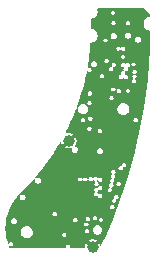
<source format=gbr>
G04 #@! TF.GenerationSoftware,KiCad,Pcbnew,7.0.10-7.0.10~ubuntu20.04.1*
G04 #@! TF.CreationDate,2024-01-02T22:15:02+00:00*
G04 #@! TF.ProjectId,yote,796f7465-2e6b-4696-9361-645f70636258,rev?*
G04 #@! TF.SameCoordinates,Original*
G04 #@! TF.FileFunction,Copper,L5,Inr*
G04 #@! TF.FilePolarity,Positive*
%FSLAX46Y46*%
G04 Gerber Fmt 4.6, Leading zero omitted, Abs format (unit mm)*
G04 Created by KiCad (PCBNEW 7.0.10-7.0.10~ubuntu20.04.1) date 2024-01-02 22:15:02*
%MOMM*%
%LPD*%
G01*
G04 APERTURE LIST*
G04 #@! TA.AperFunction,ComponentPad*
%ADD10C,1.000000*%
G04 #@! TD*
G04 #@! TA.AperFunction,ViaPad*
%ADD11C,0.300000*%
G04 #@! TD*
G04 #@! TA.AperFunction,ViaPad*
%ADD12C,0.500000*%
G04 #@! TD*
G04 APERTURE END LIST*
D10*
X27400000Y44210000D03*
X29420000Y35220000D03*
D11*
X29360000Y40230000D03*
X31200000Y49260000D03*
X28660000Y39880000D03*
X26270000Y39420000D03*
X32375500Y51330000D03*
X26785000Y35909002D03*
X29010000Y39880000D03*
X33390000Y47400000D03*
X30581615Y39796387D03*
X28660000Y39530000D03*
X26522087Y40624500D03*
X26658000Y39418243D03*
X29364397Y40583237D03*
X32000000Y49260000D03*
X29355492Y39526267D03*
X29010000Y39530000D03*
D12*
X29466842Y48979500D03*
D11*
X28660000Y40230000D03*
D12*
X32967272Y45462727D03*
D11*
X29610000Y54330000D03*
X30324000Y45277228D03*
X33869071Y51512079D03*
X29495469Y51432459D03*
X29010000Y40230000D03*
D12*
X24931798Y38824502D03*
X23410498Y38320000D03*
D11*
X33706757Y49636757D03*
X32400000Y52020000D03*
X27605500Y37179224D03*
X28660000Y40580000D03*
X29360000Y39880000D03*
X31800000Y50980000D03*
X27923597Y41943595D03*
X32200000Y51675000D03*
X29020000Y40590000D03*
X31503763Y42648535D03*
D12*
X26115813Y41947421D03*
D11*
X25689271Y37902138D03*
G04 #@! TA.AperFunction,Conductor*
G36*
X33482537Y55456273D02*
G01*
X33647145Y55425016D01*
X33656827Y55422171D01*
X33812185Y55359409D01*
X33821127Y55354730D01*
X33961253Y55262881D01*
X33969111Y55256548D01*
X34088643Y55139125D01*
X34095115Y55131381D01*
X34189445Y54992912D01*
X34194283Y54984054D01*
X34259798Y54829842D01*
X34262815Y54820211D01*
X34271128Y54780319D01*
X34263790Y54741592D01*
X34231217Y54719396D01*
X34227434Y54718754D01*
X34220793Y54717879D01*
X34164468Y54710465D01*
X34164462Y54710463D01*
X34122012Y54692879D01*
X34019530Y54650430D01*
X33895071Y54554929D01*
X33799570Y54430471D01*
X33799570Y54430470D01*
X33799567Y54430465D01*
X33739536Y54285537D01*
X33739534Y54285531D01*
X33719059Y54130003D01*
X33719059Y54129996D01*
X33739534Y53974468D01*
X33739536Y53974462D01*
X33799570Y53829529D01*
X33799569Y53829529D01*
X33895071Y53705071D01*
X34019529Y53609570D01*
X34164462Y53549536D01*
X34164468Y53549534D01*
X34249835Y53538296D01*
X34283971Y53518588D01*
X34294613Y53487019D01*
X34293377Y53195409D01*
X34293349Y53193942D01*
X34252379Y51942064D01*
X34252311Y51940599D01*
X34175703Y50690288D01*
X34175592Y50688826D01*
X34063418Y49441273D01*
X34063266Y49439814D01*
X33915606Y48195919D01*
X33915412Y48194465D01*
X33732397Y46955304D01*
X33732162Y46953857D01*
X33513934Y45720417D01*
X33513658Y45718976D01*
X33260393Y44492231D01*
X33260076Y44490799D01*
X32971986Y43271788D01*
X32971629Y43270366D01*
X32648936Y42060021D01*
X32648538Y42058609D01*
X32291511Y40857947D01*
X32291073Y40856548D01*
X31900004Y39666551D01*
X31899526Y39665164D01*
X31474734Y38486797D01*
X31474217Y38485424D01*
X31016034Y37319606D01*
X31015478Y37318249D01*
X30524294Y36165981D01*
X30523700Y36164640D01*
X30153706Y35360922D01*
X30124776Y35334151D01*
X30085389Y35335677D01*
X30058618Y35364607D01*
X30055799Y35376262D01*
X30055745Y35376702D01*
X29999775Y35524287D01*
X29973901Y35561769D01*
X29713724Y35301592D01*
X29713546Y35303521D01*
X29663552Y35403922D01*
X29580666Y35479484D01*
X29498992Y35511124D01*
X29762298Y35774430D01*
X29652185Y35832224D01*
X29652182Y35832225D01*
X29498931Y35869998D01*
X29498919Y35870000D01*
X29341081Y35870000D01*
X29341068Y35869998D01*
X29187817Y35832225D01*
X29187814Y35832224D01*
X29077700Y35774430D01*
X29341591Y35510540D01*
X29309750Y35504588D01*
X29214390Y35445543D01*
X29146799Y35356038D01*
X29130192Y35297672D01*
X28866097Y35561769D01*
X28840226Y35524288D01*
X28840221Y35524279D01*
X28784252Y35376697D01*
X28765226Y35220003D01*
X28772713Y35158336D01*
X28762128Y35120367D01*
X28727795Y35101004D01*
X28721676Y35100629D01*
X28315000Y35100000D01*
X27534590Y35100000D01*
X27498174Y35115084D01*
X27483090Y35151500D01*
X27494326Y35183610D01*
X27500890Y35191840D01*
X27504235Y35196035D01*
X27522570Y35276365D01*
X27504235Y35356695D01*
X27452862Y35421115D01*
X27415744Y35438990D01*
X27378627Y35456865D01*
X27378626Y35456865D01*
X27296230Y35456865D01*
X27296229Y35456865D01*
X27221994Y35421115D01*
X27170620Y35356694D01*
X27152286Y35276365D01*
X27170620Y35196035D01*
X27180530Y35183610D01*
X27191442Y35145734D01*
X27172376Y35111236D01*
X27140266Y35100000D01*
X22423516Y35100000D01*
X22387100Y35115084D01*
X22377102Y35129183D01*
X22366371Y35151500D01*
X22363196Y35158103D01*
X22361273Y35162653D01*
X22339401Y35222179D01*
X22341000Y35261561D01*
X22369979Y35288279D01*
X22409363Y35286680D01*
X22410086Y35286339D01*
X22454333Y35265031D01*
X22454334Y35265031D01*
X22536731Y35265031D01*
X22610965Y35300780D01*
X22637578Y35334151D01*
X22662339Y35365201D01*
X22680674Y35445531D01*
X22662339Y35525861D01*
X22610966Y35590281D01*
X22573848Y35608156D01*
X22536731Y35626031D01*
X22536730Y35626031D01*
X22454334Y35626031D01*
X22454333Y35626031D01*
X22380098Y35590281D01*
X22328724Y35525860D01*
X22328722Y35525856D01*
X22328707Y35525787D01*
X22328651Y35525709D01*
X22326206Y35520631D01*
X22325343Y35521046D01*
X22305897Y35493641D01*
X22267038Y35487040D01*
X22234892Y35509850D01*
X22230159Y35519486D01*
X22228395Y35524288D01*
X22224588Y35534647D01*
X22223109Y35539361D01*
X22122731Y35922763D01*
X22121713Y35927592D01*
X22115754Y35964517D01*
X22058575Y36318840D01*
X22058023Y36323751D01*
X22057120Y36337854D01*
X22053586Y36393054D01*
X23344971Y36393054D01*
X23385518Y36254964D01*
X23463328Y36133889D01*
X23463330Y36133886D01*
X23572096Y36039640D01*
X23703015Y35979851D01*
X23703013Y35979851D01*
X23809670Y35964517D01*
X23809672Y35964517D01*
X23881272Y35964517D01*
X23987927Y35979851D01*
X24118845Y36039640D01*
X24227611Y36133886D01*
X24227614Y36133889D01*
X24305424Y36254964D01*
X24309839Y36270000D01*
X26814858Y36270000D01*
X26833192Y36189670D01*
X26884566Y36125249D01*
X26958801Y36089500D01*
X26958802Y36089500D01*
X27041199Y36089500D01*
X27115433Y36125249D01*
X27166807Y36189670D01*
X27185142Y36270000D01*
X27166807Y36350330D01*
X27115434Y36414750D01*
X27078316Y36432625D01*
X27041199Y36450500D01*
X27041198Y36450500D01*
X26958802Y36450500D01*
X26958801Y36450500D01*
X26884566Y36414750D01*
X26833192Y36350329D01*
X26814858Y36270000D01*
X24309839Y36270000D01*
X24333426Y36350330D01*
X24345971Y36393054D01*
X24345971Y36536979D01*
X24334807Y36575000D01*
X28739858Y36575000D01*
X28758192Y36494670D01*
X28809566Y36430249D01*
X28883801Y36394500D01*
X28883802Y36394500D01*
X28966199Y36394500D01*
X29040433Y36430249D01*
X29091807Y36494670D01*
X29110142Y36575000D01*
X29091807Y36655330D01*
X29080108Y36670000D01*
X29409445Y36670000D01*
X29429538Y36543132D01*
X29487853Y36428682D01*
X29578682Y36337853D01*
X29693132Y36279538D01*
X29788084Y36264500D01*
X29851915Y36264500D01*
X29851916Y36264500D01*
X29866954Y36266881D01*
X29946867Y36279538D01*
X30061317Y36337853D01*
X30152146Y36428682D01*
X30210461Y36543132D01*
X30215508Y36575000D01*
X30230555Y36670000D01*
X30210461Y36796868D01*
X30152146Y36911318D01*
X30061318Y37002146D01*
X29946868Y37060461D01*
X29851916Y37075500D01*
X29788084Y37075500D01*
X29693132Y37060461D01*
X29578682Y37002146D01*
X29487853Y36911317D01*
X29429538Y36796867D01*
X29409445Y36670000D01*
X29080108Y36670000D01*
X29040434Y36719750D01*
X29003316Y36737625D01*
X28966199Y36755500D01*
X28966198Y36755500D01*
X28883802Y36755500D01*
X28883801Y36755500D01*
X28809566Y36719750D01*
X28758192Y36655329D01*
X28739858Y36575000D01*
X24334807Y36575000D01*
X24305424Y36675070D01*
X24227614Y36796145D01*
X24118844Y36890394D01*
X23987928Y36950182D01*
X23881272Y36965517D01*
X23881270Y36965517D01*
X23809672Y36965517D01*
X23809670Y36965517D01*
X23705114Y36950484D01*
X23703014Y36950182D01*
X23617913Y36911317D01*
X23572096Y36890393D01*
X23464162Y36796868D01*
X23463328Y36796145D01*
X23385518Y36675070D01*
X23379722Y36655330D01*
X23344971Y36536979D01*
X23344971Y36393054D01*
X22053586Y36393054D01*
X22032701Y36719280D01*
X22032624Y36724193D01*
X22045357Y37120320D01*
X22045753Y37125240D01*
X22046494Y37130984D01*
X28695358Y37130984D01*
X28713692Y37050654D01*
X28765066Y36986233D01*
X28839301Y36950484D01*
X28839302Y36950484D01*
X28921699Y36950484D01*
X28995933Y36986233D01*
X29047307Y37050654D01*
X29049545Y37060461D01*
X29065642Y37130984D01*
X29047307Y37211314D01*
X28995934Y37275734D01*
X28958816Y37293609D01*
X28921699Y37311484D01*
X28921698Y37311484D01*
X28839302Y37311484D01*
X28839301Y37311484D01*
X28765066Y37275734D01*
X28713692Y37211313D01*
X28695358Y37130984D01*
X22046494Y37130984D01*
X22083422Y37417457D01*
X22518272Y37417457D01*
X22538100Y37317771D01*
X22538102Y37317767D01*
X22594571Y37233254D01*
X22594572Y37233253D01*
X22679085Y37176784D01*
X22679089Y37176782D01*
X22778776Y37156954D01*
X22778778Y37156954D01*
X22778780Y37156954D01*
X22878466Y37176782D01*
X22878470Y37176784D01*
X22962983Y37233253D01*
X22962984Y37233254D01*
X23019453Y37317767D01*
X23019455Y37317771D01*
X23039284Y37417457D01*
X23039284Y37417462D01*
X23020658Y37511099D01*
X27761736Y37511099D01*
X27780070Y37430769D01*
X27831444Y37366348D01*
X27905679Y37330599D01*
X27905680Y37330599D01*
X27988077Y37330599D01*
X28062311Y37366348D01*
X28113685Y37430769D01*
X28118438Y37451595D01*
X28132020Y37511099D01*
X28113685Y37591429D01*
X28109764Y37596346D01*
X28819858Y37596346D01*
X28838192Y37516016D01*
X28889566Y37451595D01*
X28963801Y37415846D01*
X28963802Y37415846D01*
X29046199Y37415846D01*
X29120433Y37451595D01*
X29171807Y37516016D01*
X29189019Y37591428D01*
X29190142Y37596346D01*
X29172253Y37674720D01*
X29430890Y37674720D01*
X29449224Y37594390D01*
X29500598Y37529969D01*
X29574833Y37494220D01*
X29574834Y37494220D01*
X29657231Y37494220D01*
X29710764Y37520000D01*
X29934858Y37520000D01*
X29953192Y37439670D01*
X30004566Y37375249D01*
X30078801Y37339500D01*
X30078802Y37339500D01*
X30161199Y37339500D01*
X30235433Y37375249D01*
X30286807Y37439670D01*
X30289529Y37451596D01*
X30305142Y37520000D01*
X30286807Y37600330D01*
X30235434Y37664750D01*
X30198316Y37682625D01*
X30161199Y37700500D01*
X30161198Y37700500D01*
X30078802Y37700500D01*
X30078801Y37700500D01*
X30004566Y37664750D01*
X29953192Y37600329D01*
X29934858Y37520000D01*
X29710764Y37520000D01*
X29731465Y37529969D01*
X29782839Y37594390D01*
X29783285Y37596346D01*
X29801174Y37674720D01*
X29782839Y37755050D01*
X29731466Y37819470D01*
X29694348Y37837345D01*
X29657231Y37855220D01*
X29657230Y37855220D01*
X29574834Y37855220D01*
X29574833Y37855220D01*
X29500598Y37819470D01*
X29449224Y37755049D01*
X29430890Y37674720D01*
X29172253Y37674720D01*
X29171807Y37676676D01*
X29120434Y37741096D01*
X29083316Y37758971D01*
X29046199Y37776846D01*
X29046198Y37776846D01*
X28963802Y37776846D01*
X28963801Y37776846D01*
X28889566Y37741096D01*
X28838192Y37676675D01*
X28819858Y37596346D01*
X28109764Y37596346D01*
X28062312Y37655849D01*
X28019064Y37676676D01*
X27988077Y37691599D01*
X27988076Y37691599D01*
X27905680Y37691599D01*
X27905679Y37691599D01*
X27831444Y37655849D01*
X27780070Y37591428D01*
X27761736Y37511099D01*
X23020658Y37511099D01*
X23019455Y37517148D01*
X23019454Y37517149D01*
X23019454Y37517151D01*
X22962984Y37601666D01*
X22878469Y37658136D01*
X22878467Y37658136D01*
X22878466Y37658137D01*
X22778780Y37677966D01*
X22778776Y37677966D01*
X22679089Y37658137D01*
X22679085Y37658135D01*
X22594572Y37601666D01*
X22594571Y37601665D01*
X22538102Y37517152D01*
X22538100Y37517148D01*
X22518272Y37417462D01*
X22518272Y37417457D01*
X22083422Y37417457D01*
X22096422Y37518307D01*
X22097288Y37523168D01*
X22098840Y37529969D01*
X22185425Y37909563D01*
X22186753Y37914319D01*
X22214300Y37997353D01*
X26007182Y37997353D01*
X26025516Y37917023D01*
X26076890Y37852602D01*
X26151125Y37816853D01*
X26151126Y37816853D01*
X26233523Y37816853D01*
X26307757Y37852602D01*
X26359131Y37917023D01*
X26368145Y37956516D01*
X26377466Y37997353D01*
X26359131Y38077683D01*
X26307758Y38142103D01*
X26270640Y38159978D01*
X26233523Y38177853D01*
X26233522Y38177853D01*
X26151126Y38177853D01*
X26151125Y38177853D01*
X26076890Y38142103D01*
X26025516Y38077682D01*
X26007182Y37997353D01*
X22214300Y37997353D01*
X22311545Y38290477D01*
X22313315Y38295065D01*
X22443750Y38590000D01*
X30899360Y38590000D01*
X30917694Y38509670D01*
X30969068Y38445249D01*
X31043303Y38409500D01*
X31043304Y38409500D01*
X31125701Y38409500D01*
X31199935Y38445249D01*
X31231974Y38485424D01*
X31251309Y38509670D01*
X31269644Y38590000D01*
X31251309Y38670330D01*
X31199936Y38734750D01*
X31150882Y38758373D01*
X31125701Y38770500D01*
X31125700Y38770500D01*
X31043304Y38770500D01*
X31043303Y38770500D01*
X30969068Y38734750D01*
X30917694Y38670329D01*
X30899360Y38590000D01*
X22443750Y38590000D01*
X22473620Y38657540D01*
X22475836Y38661962D01*
X22657714Y38985249D01*
X22670156Y39007365D01*
X22672784Y39011551D01*
X22755311Y39130000D01*
X31044858Y39130000D01*
X31063192Y39049670D01*
X31114566Y38985249D01*
X31188801Y38949500D01*
X31188802Y38949500D01*
X31271199Y38949500D01*
X31345433Y38985249D01*
X31396807Y39049670D01*
X31415142Y39130000D01*
X31396807Y39210330D01*
X31396805Y39210331D01*
X31394290Y39215556D01*
X31396963Y39216843D01*
X31389701Y39245194D01*
X31409783Y39279111D01*
X31440683Y39289411D01*
X31461388Y39289411D01*
X31535622Y39325160D01*
X31555033Y39349500D01*
X31586996Y39389581D01*
X31605331Y39469911D01*
X31586996Y39550241D01*
X31535623Y39614661D01*
X31476949Y39642917D01*
X31461388Y39650411D01*
X31461387Y39650411D01*
X31378991Y39650411D01*
X31378990Y39650411D01*
X31304755Y39614661D01*
X31253381Y39550240D01*
X31235047Y39469911D01*
X31253381Y39389581D01*
X31255899Y39384355D01*
X31253225Y39383067D01*
X31260488Y39354717D01*
X31240406Y39320800D01*
X31209506Y39310500D01*
X31188801Y39310500D01*
X31114566Y39274750D01*
X31063192Y39210329D01*
X31044858Y39130000D01*
X22755311Y39130000D01*
X22899331Y39336710D01*
X22902349Y39340628D01*
X22965149Y39414497D01*
X23219494Y39414497D01*
X23239322Y39314811D01*
X23239324Y39314807D01*
X23295793Y39230294D01*
X23295794Y39230293D01*
X23380307Y39173824D01*
X23380311Y39173822D01*
X23479998Y39153994D01*
X23480000Y39153994D01*
X23480002Y39153994D01*
X23579688Y39173822D01*
X23579692Y39173824D01*
X23664205Y39230293D01*
X23664206Y39230294D01*
X23720675Y39314807D01*
X23720677Y39314811D01*
X23740506Y39414497D01*
X23740506Y39414502D01*
X23720677Y39514188D01*
X23720676Y39514189D01*
X23720676Y39514191D01*
X23664206Y39598706D01*
X23579691Y39655176D01*
X23579689Y39655176D01*
X23579688Y39655177D01*
X23498623Y39671302D01*
X29516929Y39671302D01*
X29535263Y39590972D01*
X29586637Y39526551D01*
X29660872Y39490802D01*
X29660873Y39490802D01*
X29743270Y39490802D01*
X29811703Y39523758D01*
X29851057Y39525968D01*
X29880448Y39499703D01*
X29884257Y39488818D01*
X29893192Y39449670D01*
X29944566Y39385249D01*
X30018801Y39349500D01*
X30018802Y39349500D01*
X30101199Y39349500D01*
X30175433Y39385249D01*
X30198758Y39414497D01*
X30226807Y39449670D01*
X30245142Y39530000D01*
X30226807Y39610330D01*
X30175434Y39674750D01*
X30138316Y39692625D01*
X30101199Y39710500D01*
X30101198Y39710500D01*
X30018802Y39710500D01*
X30018801Y39710500D01*
X29988353Y39695836D01*
X29950365Y39677542D01*
X29911013Y39675333D01*
X29881622Y39701598D01*
X29877813Y39712484D01*
X29868878Y39751630D01*
X29868878Y39751631D01*
X29868878Y39751632D01*
X29817505Y39816052D01*
X29815773Y39816885D01*
X29814071Y39818789D01*
X29812967Y39819671D01*
X29813116Y39819858D01*
X29789510Y39846274D01*
X29791718Y39885629D01*
X29815773Y39909684D01*
X29825433Y39914336D01*
X29876806Y39978756D01*
X29891045Y40041144D01*
X29895421Y40047312D01*
X30694380Y40047312D01*
X30712714Y39966982D01*
X30764088Y39902561D01*
X30838323Y39866812D01*
X30838324Y39866812D01*
X30920721Y39866812D01*
X30994955Y39902561D01*
X31004345Y39914335D01*
X31046329Y39966982D01*
X31064664Y40047312D01*
X31046329Y40127642D01*
X31005551Y40178775D01*
X30994640Y40216650D01*
X31013706Y40251148D01*
X31034357Y40261093D01*
X31035301Y40261308D01*
X31109537Y40297058D01*
X31160911Y40361479D01*
X31163940Y40374750D01*
X31179246Y40441809D01*
X31160911Y40522139D01*
X31134859Y40554807D01*
X31430792Y40554807D01*
X31449126Y40474477D01*
X31500500Y40410056D01*
X31574735Y40374307D01*
X31574736Y40374307D01*
X31657133Y40374307D01*
X31731367Y40410056D01*
X31743903Y40425775D01*
X31782741Y40474477D01*
X31801076Y40554807D01*
X31782741Y40635137D01*
X31731368Y40699557D01*
X31689005Y40719958D01*
X31657133Y40735307D01*
X31657132Y40735307D01*
X31574736Y40735307D01*
X31574735Y40735307D01*
X31500500Y40699557D01*
X31449126Y40635136D01*
X31430792Y40554807D01*
X31134859Y40554807D01*
X31112982Y40582240D01*
X31102071Y40620113D01*
X31121137Y40654611D01*
X31130902Y40660747D01*
X31173519Y40681270D01*
X31188103Y40699557D01*
X31224893Y40745691D01*
X31243228Y40826021D01*
X31224893Y40906351D01*
X31188212Y40952346D01*
X31177302Y40990218D01*
X31196368Y41024717D01*
X31206133Y41030853D01*
X31265933Y41059651D01*
X31302890Y41105993D01*
X31317307Y41124072D01*
X31335642Y41204402D01*
X31317307Y41284732D01*
X31265934Y41349152D01*
X31265928Y41349154D01*
X31261396Y41352771D01*
X31262503Y41354160D01*
X31241503Y41377645D01*
X31243700Y41417000D01*
X31267761Y41441069D01*
X31283701Y41448745D01*
X31283701Y41448746D01*
X31283703Y41448747D01*
X31335076Y41513167D01*
X31353411Y41593497D01*
X31335076Y41673827D01*
X31283703Y41738247D01*
X31246585Y41756122D01*
X31209468Y41773997D01*
X31209467Y41773997D01*
X31127071Y41773997D01*
X31127070Y41773997D01*
X31052835Y41738247D01*
X31001461Y41673826D01*
X30983127Y41593497D01*
X31001461Y41513167D01*
X31052836Y41448746D01*
X31057373Y41445128D01*
X31056266Y41443741D01*
X31077272Y41420236D01*
X31075060Y41380882D01*
X31051006Y41356828D01*
X31035066Y41349152D01*
X31006179Y41312929D01*
X30983692Y41284731D01*
X30965358Y41204402D01*
X30983692Y41124072D01*
X31020371Y41078079D01*
X31031283Y41040203D01*
X31012217Y41005705D01*
X31002452Y40999569D01*
X30942652Y40970771D01*
X30908252Y40927635D01*
X30891278Y40906350D01*
X30872944Y40826021D01*
X30891278Y40745691D01*
X30939206Y40685592D01*
X30950118Y40647716D01*
X30931052Y40613218D01*
X30921288Y40607082D01*
X30878670Y40586559D01*
X30853349Y40554807D01*
X30827296Y40522138D01*
X30808962Y40441809D01*
X30827296Y40361479D01*
X30868074Y40310345D01*
X30878985Y40272469D01*
X30859918Y40237971D01*
X30839263Y40228026D01*
X30838326Y40227812D01*
X30838324Y40227812D01*
X30838322Y40227811D01*
X30764088Y40192062D01*
X30712714Y40127641D01*
X30694380Y40047312D01*
X29895421Y40047312D01*
X29913854Y40073290D01*
X29952713Y40079893D01*
X29963599Y40076084D01*
X30018801Y40049500D01*
X30018802Y40049500D01*
X30101199Y40049500D01*
X30175433Y40085249D01*
X30209240Y40127641D01*
X30226807Y40149670D01*
X30245142Y40230000D01*
X30226807Y40310330D01*
X30175434Y40374750D01*
X30138316Y40392625D01*
X30101199Y40410500D01*
X30101198Y40410500D01*
X30018802Y40410500D01*
X30018801Y40410500D01*
X29976287Y40390026D01*
X29944566Y40374750D01*
X29944565Y40374749D01*
X29939338Y40372232D01*
X29938821Y40373305D01*
X29935231Y40372271D01*
X29927279Y40353073D01*
X29902380Y40321850D01*
X29893192Y40310329D01*
X29878953Y40247941D01*
X29856144Y40215795D01*
X29817284Y40209192D01*
X29806403Y40213000D01*
X29754551Y40237971D01*
X29751198Y40239586D01*
X29751197Y40239586D01*
X29668801Y40239586D01*
X29668800Y40239586D01*
X29594565Y40203836D01*
X29543191Y40139415D01*
X29524857Y40059086D01*
X29543191Y39978756D01*
X29594566Y39914335D01*
X29596302Y39913499D01*
X29598005Y39911592D01*
X29599103Y39910717D01*
X29598954Y39910530D01*
X29622562Y39884105D01*
X29620347Y39844750D01*
X29596295Y39820703D01*
X29586637Y39816052D01*
X29545667Y39764678D01*
X29535263Y39751631D01*
X29516929Y39671302D01*
X23498623Y39671302D01*
X23480002Y39675006D01*
X23479998Y39675006D01*
X23380311Y39655177D01*
X23380307Y39655175D01*
X23295794Y39598706D01*
X23295793Y39598705D01*
X23239324Y39514192D01*
X23239322Y39514188D01*
X23219494Y39414502D01*
X23219494Y39414497D01*
X22965149Y39414497D01*
X23115181Y39590972D01*
X23155773Y39638718D01*
X23159772Y39642917D01*
X23172839Y39655176D01*
X23275645Y39751630D01*
X23458887Y39923548D01*
X24052147Y40531237D01*
X24467014Y40995241D01*
X24502531Y41012335D01*
X24539732Y40999307D01*
X24556826Y40963790D01*
X24550320Y40939974D01*
X24551763Y40939377D01*
X24549820Y40934688D01*
X24529992Y40835002D01*
X24529992Y40834997D01*
X24549820Y40735311D01*
X24549822Y40735307D01*
X24606291Y40650794D01*
X24606292Y40650793D01*
X24690805Y40594324D01*
X24690809Y40594322D01*
X24790496Y40574494D01*
X24790498Y40574494D01*
X24790500Y40574494D01*
X24890186Y40594322D01*
X24890190Y40594324D01*
X24974703Y40650793D01*
X24974704Y40650794D01*
X25031173Y40735307D01*
X25031175Y40735311D01*
X25051004Y40834997D01*
X25051004Y40835002D01*
X25031175Y40934688D01*
X25031174Y40934689D01*
X25031174Y40934691D01*
X25024035Y40945375D01*
X28187190Y40945375D01*
X28205524Y40865045D01*
X28256898Y40800624D01*
X28331133Y40764875D01*
X28331134Y40764875D01*
X28413531Y40764875D01*
X28487765Y40800624D01*
X28496261Y40811277D01*
X28539139Y40865045D01*
X28539139Y40865047D01*
X28540503Y40867878D01*
X28569894Y40894143D01*
X28609248Y40891933D01*
X28631917Y40866565D01*
X28633436Y40867297D01*
X28635954Y40862067D01*
X28687328Y40797646D01*
X28761563Y40761897D01*
X28761564Y40761897D01*
X28843961Y40761897D01*
X28918195Y40797646D01*
X28929066Y40811277D01*
X28969569Y40862067D01*
X28977198Y40895490D01*
X29000006Y40927635D01*
X29038865Y40934238D01*
X29071012Y40911429D01*
X29077615Y40895490D01*
X29082132Y40875698D01*
X29133506Y40811277D01*
X29207741Y40775528D01*
X29207742Y40775528D01*
X29290139Y40775528D01*
X29364373Y40811277D01*
X29383289Y40834997D01*
X29415747Y40875698D01*
X29416391Y40876506D01*
X29450889Y40895572D01*
X29488765Y40884660D01*
X29496919Y40876506D01*
X29544779Y40816492D01*
X29544779Y40816491D01*
X29602481Y40788703D01*
X29628745Y40759312D01*
X29626534Y40719958D01*
X29620401Y40710198D01*
X29583232Y40663589D01*
X29573077Y40650855D01*
X29554743Y40570526D01*
X29573077Y40490196D01*
X29624451Y40425775D01*
X29698686Y40390026D01*
X29698687Y40390026D01*
X29781084Y40390026D01*
X29827656Y40412454D01*
X29855319Y40425776D01*
X29860547Y40428294D01*
X29861064Y40427220D01*
X29864653Y40428254D01*
X29872604Y40447451D01*
X29906692Y40490196D01*
X29925027Y40570526D01*
X29906692Y40650856D01*
X29855319Y40715276D01*
X29797615Y40743064D01*
X29771351Y40772455D01*
X29773561Y40811809D01*
X29779693Y40821568D01*
X29807794Y40856806D01*
X29842292Y40875872D01*
X29880168Y40864960D01*
X29889068Y40853803D01*
X29889575Y40854207D01*
X29944566Y40785249D01*
X30018801Y40749500D01*
X30018802Y40749500D01*
X30101199Y40749500D01*
X30175433Y40785249D01*
X30178188Y40788703D01*
X30226807Y40849670D01*
X30245142Y40930000D01*
X30226807Y41010330D01*
X30175434Y41074750D01*
X30121386Y41100778D01*
X30101199Y41110500D01*
X30101198Y41110500D01*
X30018802Y41110500D01*
X30018801Y41110500D01*
X29951479Y41078079D01*
X29944566Y41074750D01*
X29914813Y41037440D01*
X29912417Y41034436D01*
X29877919Y41015370D01*
X29840043Y41026282D01*
X29831144Y41037440D01*
X29830637Y41037036D01*
X29826993Y41041605D01*
X29775646Y41105993D01*
X29738104Y41124072D01*
X29701411Y41141743D01*
X29701410Y41141743D01*
X29619014Y41141743D01*
X29619013Y41141743D01*
X29554137Y41110500D01*
X29544778Y41105993D01*
X29507823Y41059652D01*
X29492760Y41040764D01*
X29458262Y41021698D01*
X29420386Y41032610D01*
X29412238Y41040757D01*
X29364374Y41100778D01*
X29311084Y41126441D01*
X29290139Y41136528D01*
X29290138Y41136528D01*
X29207742Y41136528D01*
X29207741Y41136528D01*
X29133506Y41100778D01*
X29082132Y41036357D01*
X29074504Y41002935D01*
X29051694Y40970789D01*
X29012835Y40964186D01*
X28980689Y40986996D01*
X28974086Y41002936D01*
X28972399Y41010329D01*
X28969569Y41022727D01*
X28918196Y41087147D01*
X28869703Y41110500D01*
X28843961Y41122897D01*
X28843960Y41122897D01*
X28761564Y41122897D01*
X28761563Y41122897D01*
X28687328Y41087147D01*
X28635955Y41022727D01*
X28634589Y41019890D01*
X28605197Y40993627D01*
X28565842Y40995839D01*
X28543175Y41021205D01*
X28541658Y41020475D01*
X28539139Y41025704D01*
X28539139Y41025705D01*
X28487766Y41090125D01*
X28445457Y41110500D01*
X28413531Y41125875D01*
X28413530Y41125875D01*
X28331134Y41125875D01*
X28331133Y41125875D01*
X28256898Y41090125D01*
X28205524Y41025704D01*
X28187190Y40945375D01*
X25024035Y40945375D01*
X24974704Y41019206D01*
X24890189Y41075676D01*
X24890187Y41075676D01*
X24890186Y41075677D01*
X24790500Y41095506D01*
X24790496Y41095506D01*
X24690809Y41075677D01*
X24690808Y41075676D01*
X24690807Y41075676D01*
X24651322Y41049293D01*
X24612665Y41041605D01*
X24579891Y41063503D01*
X24572202Y41102162D01*
X24584320Y41126441D01*
X24618178Y41164309D01*
X24824916Y41417000D01*
X25155950Y41821614D01*
X25195170Y41874085D01*
X31590773Y41874085D01*
X31609107Y41793755D01*
X31660481Y41729334D01*
X31734716Y41693585D01*
X31734717Y41693585D01*
X31817114Y41693585D01*
X31891348Y41729334D01*
X31942722Y41793755D01*
X31946481Y41810226D01*
X31961057Y41874085D01*
X31951906Y41914177D01*
X31958509Y41953037D01*
X31990655Y41975846D01*
X32018484Y41972711D01*
X32018643Y41973405D01*
X32024300Y41972114D01*
X32024302Y41972114D01*
X32106699Y41972114D01*
X32180933Y42007863D01*
X32232307Y42072284D01*
X32232621Y42073660D01*
X32250642Y42152614D01*
X32232307Y42232944D01*
X32180934Y42297364D01*
X32143816Y42315239D01*
X32106699Y42333114D01*
X32106698Y42333114D01*
X32024302Y42333114D01*
X32024301Y42333114D01*
X31950066Y42297364D01*
X31898692Y42232943D01*
X31880358Y42152613D01*
X31889508Y42112520D01*
X31882905Y42073660D01*
X31850758Y42050852D01*
X31822930Y42053989D01*
X31822772Y42053294D01*
X31817115Y42054585D01*
X31817113Y42054585D01*
X31734717Y42054585D01*
X31734716Y42054585D01*
X31660481Y42018835D01*
X31609107Y41954414D01*
X31590773Y41874085D01*
X25195170Y41874085D01*
X25664389Y42501840D01*
X26142531Y43203693D01*
X26152814Y43220307D01*
X26328516Y43504205D01*
X26589455Y43925827D01*
X26660819Y44053301D01*
X26668912Y44067757D01*
X26699862Y44092164D01*
X26739006Y44087537D01*
X26763413Y44056587D01*
X26763851Y44054931D01*
X26764252Y44053301D01*
X26820224Y43905712D01*
X26820226Y43905708D01*
X26846095Y43868229D01*
X26846096Y43868228D01*
X27106275Y44128407D01*
X27106454Y44126479D01*
X27156448Y44026078D01*
X27239334Y43950516D01*
X27321007Y43918875D01*
X27057700Y43655568D01*
X27057699Y43655568D01*
X27167810Y43597777D01*
X27167816Y43597775D01*
X27321068Y43560001D01*
X27321081Y43560000D01*
X27478923Y43560000D01*
X27596987Y43589100D01*
X27635955Y43583169D01*
X27659316Y43551421D01*
X27659822Y43529049D01*
X27644994Y43454502D01*
X27644994Y43454497D01*
X27664822Y43354811D01*
X27664824Y43354807D01*
X27721293Y43270294D01*
X27721294Y43270293D01*
X27805807Y43213824D01*
X27805811Y43213822D01*
X27905498Y43193994D01*
X27905500Y43193994D01*
X27905502Y43193994D01*
X28005188Y43213822D01*
X28005192Y43213824D01*
X28089705Y43270293D01*
X28089706Y43270294D01*
X28122916Y43319997D01*
X29783994Y43319997D01*
X29803822Y43220311D01*
X29803824Y43220307D01*
X29860293Y43135794D01*
X29860294Y43135793D01*
X29944807Y43079324D01*
X29944811Y43079322D01*
X30044498Y43059494D01*
X30044500Y43059494D01*
X30044502Y43059494D01*
X30144188Y43079322D01*
X30144192Y43079324D01*
X30228705Y43135793D01*
X30228706Y43135794D01*
X30285175Y43220307D01*
X30285177Y43220311D01*
X30305006Y43319997D01*
X30305006Y43320002D01*
X30285177Y43419688D01*
X30285176Y43419689D01*
X30285176Y43419691D01*
X30228706Y43504206D01*
X30144191Y43560676D01*
X30144189Y43560676D01*
X30144188Y43560677D01*
X30044502Y43580506D01*
X30044498Y43580506D01*
X29944811Y43560677D01*
X29944807Y43560675D01*
X29860294Y43504206D01*
X29860293Y43504205D01*
X29803824Y43419692D01*
X29803822Y43419688D01*
X29783994Y43320002D01*
X29783994Y43319997D01*
X28122916Y43319997D01*
X28146175Y43354807D01*
X28146177Y43354811D01*
X28166006Y43454497D01*
X28166006Y43454502D01*
X28146177Y43554188D01*
X28146176Y43554189D01*
X28146176Y43554191D01*
X28089706Y43638706D01*
X28005192Y43695175D01*
X28005191Y43695176D01*
X27931904Y43709753D01*
X27899134Y43731651D01*
X27891443Y43770310D01*
X27899571Y43789519D01*
X27979775Y43905712D01*
X28035747Y44053302D01*
X28054774Y44209996D01*
X28054774Y44210003D01*
X28035747Y44366697D01*
X27979775Y44514287D01*
X27953901Y44551769D01*
X27693724Y44291592D01*
X27693546Y44293521D01*
X27643552Y44393922D01*
X27560666Y44469484D01*
X27478992Y44501124D01*
X27742298Y44764430D01*
X27632185Y44822224D01*
X27632182Y44822225D01*
X27478931Y44859998D01*
X27478919Y44860000D01*
X27321081Y44860000D01*
X27321068Y44859998D01*
X27179121Y44825011D01*
X27140153Y44830941D01*
X27116793Y44862689D01*
X27120799Y44898178D01*
X27192189Y45039938D01*
X29824358Y45039938D01*
X29842692Y44959608D01*
X29894066Y44895187D01*
X29968301Y44859438D01*
X29968302Y44859438D01*
X30050699Y44859438D01*
X30124933Y44895187D01*
X30176307Y44959608D01*
X30186095Y45002492D01*
X30194642Y45039938D01*
X30176307Y45120268D01*
X30124934Y45184688D01*
X30087816Y45202563D01*
X30050699Y45220438D01*
X30050698Y45220438D01*
X29968302Y45220438D01*
X29968301Y45220438D01*
X29894066Y45184688D01*
X29842692Y45120267D01*
X29824358Y45039938D01*
X27192189Y45039938D01*
X27297976Y45250000D01*
X28954858Y45250000D01*
X28973192Y45169670D01*
X29024566Y45105249D01*
X29098801Y45069500D01*
X29098802Y45069500D01*
X29181199Y45069500D01*
X29255433Y45105249D01*
X29267410Y45120267D01*
X29306807Y45169670D01*
X29325142Y45250000D01*
X29306807Y45330330D01*
X29255434Y45394750D01*
X29191903Y45425345D01*
X29181199Y45430500D01*
X29181198Y45430500D01*
X29098802Y45430500D01*
X29098801Y45430500D01*
X29024566Y45394750D01*
X28973192Y45330329D01*
X28954858Y45250000D01*
X27297976Y45250000D01*
X27386280Y45425345D01*
X27619117Y45942994D01*
X28387526Y45942994D01*
X28405860Y45862664D01*
X28457234Y45798243D01*
X28531469Y45762494D01*
X28531470Y45762494D01*
X28613867Y45762494D01*
X28688101Y45798243D01*
X28739475Y45862664D01*
X28757810Y45942994D01*
X28739475Y46023324D01*
X28688102Y46087744D01*
X28665080Y46098831D01*
X29032342Y46098831D01*
X29050676Y46018501D01*
X29102050Y45954080D01*
X29176285Y45918331D01*
X29176286Y45918331D01*
X29258683Y45918331D01*
X29332917Y45954080D01*
X29341513Y45964859D01*
X32859999Y45964859D01*
X32878333Y45884529D01*
X32929707Y45820108D01*
X33003942Y45784359D01*
X33003943Y45784359D01*
X33086340Y45784359D01*
X33160574Y45820108D01*
X33211948Y45884529D01*
X33225292Y45942994D01*
X33230283Y45964859D01*
X33211948Y46045189D01*
X33160575Y46109609D01*
X33123457Y46127484D01*
X33086340Y46145359D01*
X33086339Y46145359D01*
X33003943Y46145359D01*
X33003942Y46145359D01*
X32929707Y46109609D01*
X32878333Y46045188D01*
X32859999Y45964859D01*
X29341513Y45964859D01*
X29384291Y46018501D01*
X29400095Y46087744D01*
X29402626Y46098831D01*
X29384291Y46179161D01*
X29332918Y46243581D01*
X29295800Y46261456D01*
X29258683Y46279331D01*
X29258682Y46279331D01*
X29176286Y46279331D01*
X29176285Y46279331D01*
X29102050Y46243581D01*
X29050676Y46179160D01*
X29032342Y46098831D01*
X28665080Y46098831D01*
X28642699Y46109609D01*
X28613867Y46123494D01*
X28613866Y46123494D01*
X28531470Y46123494D01*
X28531469Y46123494D01*
X28457234Y46087744D01*
X28405860Y46023323D01*
X28387526Y45942994D01*
X27619117Y45942994D01*
X27655249Y46023323D01*
X27734649Y46199846D01*
X28009383Y46890000D01*
X28189445Y46890000D01*
X28209538Y46763132D01*
X28267853Y46648682D01*
X28358682Y46557853D01*
X28473132Y46499538D01*
X28568084Y46484500D01*
X28631915Y46484500D01*
X28631916Y46484500D01*
X28646954Y46486881D01*
X28726867Y46499538D01*
X28841317Y46557853D01*
X28932146Y46648682D01*
X28990461Y46763132D01*
X28997573Y46808038D01*
X31499501Y46808038D01*
X31540048Y46669948D01*
X31617858Y46548873D01*
X31617860Y46548870D01*
X31726626Y46454624D01*
X31857545Y46394835D01*
X31857543Y46394835D01*
X31964200Y46379501D01*
X31964202Y46379501D01*
X32035802Y46379501D01*
X32142457Y46394835D01*
X32273375Y46454624D01*
X32382141Y46548870D01*
X32382144Y46548873D01*
X32459954Y46669948D01*
X32487315Y46763132D01*
X32500501Y46808038D01*
X32500501Y46951963D01*
X32481443Y47016868D01*
X32459954Y47090054D01*
X32382144Y47211129D01*
X32273374Y47305378D01*
X32142458Y47365166D01*
X32035802Y47380501D01*
X32035800Y47380501D01*
X31964202Y47380501D01*
X31964200Y47380501D01*
X31857544Y47365166D01*
X31726626Y47305377D01*
X31630572Y47222146D01*
X31617858Y47211129D01*
X31540048Y47090054D01*
X31540048Y47090053D01*
X31499501Y46951963D01*
X31499501Y46808038D01*
X28997573Y46808038D01*
X29010555Y46890000D01*
X28990461Y47016868D01*
X28932146Y47131318D01*
X28841318Y47222146D01*
X28726868Y47280461D01*
X28631916Y47295500D01*
X28568084Y47295500D01*
X28473132Y47280461D01*
X28358682Y47222146D01*
X28267853Y47131317D01*
X28209538Y47016867D01*
X28189445Y46890000D01*
X28009383Y46890000D01*
X28048740Y46988869D01*
X28048743Y46988876D01*
X28188561Y47390500D01*
X28960358Y47390500D01*
X28978692Y47310170D01*
X29030066Y47245749D01*
X29104301Y47210000D01*
X29104302Y47210000D01*
X29186699Y47210000D01*
X29260933Y47245749D01*
X29312307Y47310170D01*
X29330642Y47390500D01*
X29312307Y47470830D01*
X29260934Y47535250D01*
X29220716Y47554618D01*
X29186699Y47571000D01*
X29186698Y47571000D01*
X29104302Y47571000D01*
X29104301Y47571000D01*
X29030066Y47535250D01*
X28978692Y47470829D01*
X28960358Y47390500D01*
X28188561Y47390500D01*
X28327957Y47790909D01*
X28337428Y47822512D01*
X30824359Y47822512D01*
X30842693Y47742182D01*
X30894067Y47677761D01*
X30968302Y47642012D01*
X30968303Y47642012D01*
X31050700Y47642012D01*
X31124934Y47677761D01*
X31176308Y47742182D01*
X31194643Y47822512D01*
X31176308Y47902842D01*
X31124935Y47967262D01*
X31087817Y47985137D01*
X31050700Y48003012D01*
X31050699Y48003012D01*
X30968303Y48003012D01*
X30968302Y48003012D01*
X30894067Y47967262D01*
X30842693Y47902841D01*
X30824359Y47822512D01*
X28337428Y47822512D01*
X28456552Y48220000D01*
X28984858Y48220000D01*
X29003192Y48139670D01*
X29054566Y48075249D01*
X29128801Y48039500D01*
X29128802Y48039500D01*
X29211199Y48039500D01*
X29285433Y48075249D01*
X29336807Y48139670D01*
X29355142Y48220000D01*
X29336807Y48300330D01*
X29285434Y48364750D01*
X29248316Y48382625D01*
X29211199Y48400500D01*
X29211198Y48400500D01*
X29128802Y48400500D01*
X29128801Y48400500D01*
X29054566Y48364750D01*
X29003192Y48300329D01*
X28984858Y48220000D01*
X28456552Y48220000D01*
X28561831Y48571290D01*
X30986148Y48571290D01*
X31004482Y48490960D01*
X31055856Y48426539D01*
X31130091Y48390790D01*
X31130092Y48390790D01*
X31212489Y48390790D01*
X31268825Y48417920D01*
X31444358Y48417920D01*
X31462692Y48337590D01*
X31514066Y48273169D01*
X31588301Y48237420D01*
X31588302Y48237420D01*
X31670699Y48237420D01*
X31744933Y48273169D01*
X31796307Y48337590D01*
X31806537Y48382411D01*
X31814642Y48417920D01*
X31804412Y48462741D01*
X32217599Y48462741D01*
X32235933Y48382411D01*
X32287307Y48317990D01*
X32361542Y48282241D01*
X32361543Y48282241D01*
X32443940Y48282241D01*
X32518174Y48317990D01*
X32533805Y48337590D01*
X32569548Y48382411D01*
X32587883Y48462741D01*
X32569548Y48543071D01*
X32518175Y48607491D01*
X32481057Y48625366D01*
X32443940Y48643241D01*
X32443939Y48643241D01*
X32361543Y48643241D01*
X32361542Y48643241D01*
X32287307Y48607491D01*
X32235933Y48543070D01*
X32217599Y48462741D01*
X31804412Y48462741D01*
X31796307Y48498250D01*
X31744934Y48562670D01*
X31707816Y48580545D01*
X31670699Y48598420D01*
X31670698Y48598420D01*
X31588302Y48598420D01*
X31588301Y48598420D01*
X31514066Y48562670D01*
X31462692Y48498249D01*
X31444358Y48417920D01*
X31268825Y48417920D01*
X31286723Y48426539D01*
X31338097Y48490960D01*
X31339761Y48498250D01*
X31356432Y48571290D01*
X31338097Y48651620D01*
X31286724Y48716040D01*
X31249606Y48733915D01*
X31212489Y48751790D01*
X31212488Y48751790D01*
X31130092Y48751790D01*
X31130091Y48751790D01*
X31055856Y48716040D01*
X31004482Y48651619D01*
X30986148Y48571290D01*
X28561831Y48571290D01*
X28571756Y48604408D01*
X28732246Y49240000D01*
X32735356Y49240000D01*
X32753690Y49159670D01*
X32805064Y49095249D01*
X32879299Y49059500D01*
X32879300Y49059500D01*
X32961697Y49059500D01*
X33035931Y49095249D01*
X33087305Y49159670D01*
X33105640Y49240000D01*
X33087305Y49320330D01*
X33035932Y49384750D01*
X33018890Y49392956D01*
X32992625Y49422345D01*
X32994835Y49461700D01*
X33018890Y49485756D01*
X33071724Y49511199D01*
X33095309Y49540773D01*
X33123098Y49575620D01*
X33141433Y49655950D01*
X33123098Y49736280D01*
X33071725Y49800700D01*
X33052991Y49809721D01*
X33026728Y49839109D01*
X33028936Y49878463D01*
X33052992Y49902520D01*
X33079425Y49915249D01*
X33130799Y49979670D01*
X33140845Y50023686D01*
X33149134Y50060000D01*
X33130799Y50140330D01*
X33079426Y50204750D01*
X33042308Y50222625D01*
X33005191Y50240500D01*
X33005190Y50240500D01*
X32922794Y50240500D01*
X32922793Y50240500D01*
X32848558Y50204750D01*
X32797184Y50140329D01*
X32778850Y50060000D01*
X32797184Y49979670D01*
X32848558Y49915250D01*
X32867291Y49906228D01*
X32893555Y49876838D01*
X32891345Y49837483D01*
X32867290Y49813429D01*
X32840857Y49800700D01*
X32804213Y49754750D01*
X32789483Y49736279D01*
X32771149Y49655950D01*
X32789483Y49575620D01*
X32840858Y49511199D01*
X32840858Y49511198D01*
X32857899Y49502992D01*
X32884163Y49473601D01*
X32881952Y49434247D01*
X32857898Y49410193D01*
X32805064Y49384750D01*
X32764094Y49333376D01*
X32753690Y49320329D01*
X32735356Y49240000D01*
X28732246Y49240000D01*
X28779669Y49427809D01*
X28832850Y49685523D01*
X30024358Y49685523D01*
X30042692Y49605193D01*
X30094066Y49540772D01*
X30168301Y49505023D01*
X30168302Y49505023D01*
X30250699Y49505023D01*
X30324933Y49540772D01*
X30376153Y49605000D01*
X31614858Y49605000D01*
X31633192Y49524670D01*
X31684566Y49460249D01*
X31758801Y49424500D01*
X31758802Y49424500D01*
X31841199Y49424500D01*
X31915433Y49460249D01*
X31916590Y49461700D01*
X31961729Y49518303D01*
X31996227Y49537369D01*
X32034103Y49526457D01*
X32042257Y49518303D01*
X32084566Y49465250D01*
X32158801Y49429500D01*
X32158802Y49429500D01*
X32241199Y49429500D01*
X32315433Y49465249D01*
X32322094Y49473601D01*
X32366807Y49529670D01*
X32385142Y49610000D01*
X32366807Y49690330D01*
X32315434Y49754750D01*
X32251581Y49785500D01*
X32241199Y49790500D01*
X32241198Y49790500D01*
X32212385Y49790500D01*
X32175969Y49805584D01*
X32160885Y49842000D01*
X32164376Y49857297D01*
X32164059Y49857370D01*
X32174364Y49902520D01*
X32183685Y49943357D01*
X32165350Y50023687D01*
X32159604Y50030891D01*
X32148694Y50068767D01*
X32167761Y50103265D01*
X32199870Y50114500D01*
X32241199Y50114500D01*
X32315433Y50150249D01*
X32319421Y50155249D01*
X32366807Y50214670D01*
X32385142Y50295000D01*
X32366807Y50375330D01*
X32365836Y50377347D01*
X32365669Y50380315D01*
X32365516Y50380987D01*
X32365630Y50381013D01*
X32363626Y50416701D01*
X32389891Y50446092D01*
X32412236Y50451192D01*
X32437033Y50451192D01*
X32511267Y50486941D01*
X32515034Y50491664D01*
X32562641Y50551362D01*
X32580976Y50631692D01*
X32568923Y50684500D01*
X32684877Y50684500D01*
X32703211Y50604170D01*
X32754585Y50539749D01*
X32828820Y50504000D01*
X32828821Y50504000D01*
X32911218Y50504000D01*
X32985452Y50539749D01*
X33001339Y50559670D01*
X33036826Y50604170D01*
X33055161Y50684500D01*
X33036826Y50764830D01*
X32985453Y50829250D01*
X32948335Y50847125D01*
X32911218Y50865000D01*
X32911217Y50865000D01*
X32828821Y50865000D01*
X32828820Y50865000D01*
X32754585Y50829250D01*
X32703211Y50764829D01*
X32684877Y50684500D01*
X32568923Y50684500D01*
X32562641Y50712022D01*
X32511268Y50776442D01*
X32453005Y50804500D01*
X32437033Y50812192D01*
X32437032Y50812192D01*
X32354636Y50812192D01*
X32354635Y50812192D01*
X32338663Y50804500D01*
X32280400Y50776442D01*
X32266018Y50758407D01*
X32241493Y50727654D01*
X32206995Y50708588D01*
X32169119Y50719500D01*
X32160971Y50727647D01*
X32115434Y50784750D01*
X32058450Y50812192D01*
X32041199Y50820500D01*
X32041198Y50820500D01*
X31958802Y50820500D01*
X31958801Y50820500D01*
X31884566Y50784750D01*
X31833192Y50720329D01*
X31814858Y50640000D01*
X31833192Y50559670D01*
X31884566Y50495249D01*
X31958801Y50459500D01*
X31993376Y50459500D01*
X32029792Y50444416D01*
X32044876Y50408000D01*
X32035335Y50380736D01*
X32035710Y50380556D01*
X32034108Y50377231D01*
X32033639Y50375889D01*
X32033192Y50375329D01*
X32014858Y50295000D01*
X32033192Y50214670D01*
X32038938Y50207466D01*
X32049849Y50169590D01*
X32030782Y50135092D01*
X31998673Y50123857D01*
X31957344Y50123857D01*
X31883109Y50088107D01*
X31831735Y50023686D01*
X31813401Y49943357D01*
X31831735Y49863028D01*
X31833509Y49859346D01*
X31835719Y49819991D01*
X31809455Y49790600D01*
X31787109Y49785500D01*
X31758801Y49785500D01*
X31684566Y49749750D01*
X31633192Y49685329D01*
X31614858Y49605000D01*
X30376153Y49605000D01*
X30376307Y49605193D01*
X30377404Y49610000D01*
X30394642Y49685523D01*
X30376307Y49765853D01*
X30324934Y49830273D01*
X30268818Y49857297D01*
X30250699Y49866023D01*
X30250698Y49866023D01*
X30168302Y49866023D01*
X30168301Y49866023D01*
X30094066Y49830273D01*
X30042692Y49765852D01*
X30024358Y49685523D01*
X28832850Y49685523D01*
X28910890Y50063709D01*
X28933022Y50096325D01*
X28971735Y50103738D01*
X29001591Y50085411D01*
X29020059Y50062253D01*
X29094294Y50026503D01*
X29094295Y50026503D01*
X29176692Y50026503D01*
X29250926Y50062252D01*
X29302300Y50126673D01*
X29320635Y50207003D01*
X29302300Y50287333D01*
X29292198Y50300000D01*
X30814858Y50300000D01*
X30833192Y50219670D01*
X30884566Y50155249D01*
X30958801Y50119500D01*
X30958802Y50119500D01*
X31041199Y50119500D01*
X31115433Y50155249D01*
X31166807Y50219670D01*
X31175905Y50259531D01*
X31185142Y50300000D01*
X31166807Y50380330D01*
X31166805Y50380331D01*
X31164290Y50385556D01*
X31167147Y50386932D01*
X31159449Y50413881D01*
X31178593Y50448336D01*
X31210612Y50459500D01*
X31241199Y50459500D01*
X31315433Y50495249D01*
X31323843Y50505794D01*
X31366807Y50559670D01*
X31385142Y50640000D01*
X31366807Y50720330D01*
X31315434Y50784750D01*
X31258450Y50812192D01*
X31241199Y50820500D01*
X31241198Y50820500D01*
X31158802Y50820500D01*
X31158801Y50820500D01*
X31084566Y50784750D01*
X31033192Y50720329D01*
X31014858Y50640000D01*
X31033192Y50559670D01*
X31035710Y50554444D01*
X31032852Y50553067D01*
X31040551Y50526119D01*
X31021407Y50491664D01*
X30989388Y50480500D01*
X30958801Y50480500D01*
X30884566Y50444750D01*
X30833192Y50380329D01*
X30814858Y50300000D01*
X29292198Y50300000D01*
X29250927Y50351753D01*
X29200808Y50375889D01*
X29176692Y50387503D01*
X29176691Y50387503D01*
X29094295Y50387503D01*
X29094294Y50387503D01*
X29072965Y50377231D01*
X29050488Y50366406D01*
X29011135Y50364197D01*
X28981744Y50390462D01*
X28977299Y50420991D01*
X29020618Y50689997D01*
X29279494Y50689997D01*
X29299322Y50590311D01*
X29299324Y50590307D01*
X29355793Y50505794D01*
X29355794Y50505793D01*
X29440307Y50449324D01*
X29440311Y50449322D01*
X29539998Y50429494D01*
X29540000Y50429494D01*
X29540002Y50429494D01*
X29639688Y50449322D01*
X29639692Y50449324D01*
X29724205Y50505793D01*
X29724206Y50505794D01*
X29780675Y50590307D01*
X29780677Y50590311D01*
X29800506Y50689997D01*
X29800506Y50690002D01*
X29780677Y50789688D01*
X29780676Y50789689D01*
X29780676Y50789691D01*
X29724206Y50874206D01*
X29639691Y50930676D01*
X29639689Y50930676D01*
X29639688Y50930677D01*
X29540002Y50950506D01*
X29539998Y50950506D01*
X29440311Y50930677D01*
X29440307Y50930675D01*
X29355794Y50874206D01*
X29355793Y50874205D01*
X29299324Y50789692D01*
X29299322Y50789688D01*
X29279494Y50690002D01*
X29279494Y50689997D01*
X29020618Y50689997D01*
X29068123Y50985000D01*
X30414858Y50985000D01*
X30433192Y50904670D01*
X30484566Y50840249D01*
X30558801Y50804500D01*
X30558802Y50804500D01*
X30641199Y50804500D01*
X30715433Y50840249D01*
X30766807Y50904670D01*
X30785142Y50985000D01*
X30766807Y51065330D01*
X30715434Y51129750D01*
X30678316Y51147625D01*
X30641199Y51165500D01*
X30641198Y51165500D01*
X30558802Y51165500D01*
X30558801Y51165500D01*
X30484566Y51129750D01*
X30433192Y51065329D01*
X30414858Y50985000D01*
X29068123Y50985000D01*
X29086316Y51097975D01*
X29112798Y51325590D01*
X31800880Y51325590D01*
X31819214Y51245260D01*
X31870588Y51180839D01*
X31944823Y51145090D01*
X31944824Y51145090D01*
X32027221Y51145090D01*
X32101455Y51180839D01*
X32152829Y51245260D01*
X32161728Y51284250D01*
X32171164Y51325590D01*
X32152829Y51405920D01*
X32101456Y51470340D01*
X32064338Y51488215D01*
X32027221Y51506090D01*
X32027220Y51506090D01*
X31944824Y51506090D01*
X31944823Y51506090D01*
X31870588Y51470340D01*
X31819214Y51405919D01*
X31800880Y51325590D01*
X29112798Y51325590D01*
X29184459Y51941530D01*
X29190117Y52020000D01*
X31414858Y52020000D01*
X31433192Y51939670D01*
X31484566Y51875249D01*
X31558801Y51839500D01*
X31558802Y51839500D01*
X31641199Y51839500D01*
X31678316Y51857375D01*
X31715434Y51875250D01*
X31759736Y51930803D01*
X31794234Y51949869D01*
X31832110Y51938957D01*
X31840264Y51930803D01*
X31884566Y51875250D01*
X31958801Y51839500D01*
X31958802Y51839500D01*
X32041199Y51839500D01*
X32115433Y51875249D01*
X32166807Y51939670D01*
X32169135Y51949869D01*
X32185142Y52020000D01*
X32166807Y52100330D01*
X32115434Y52164750D01*
X32078316Y52182625D01*
X32041199Y52200500D01*
X32041198Y52200500D01*
X31958802Y52200500D01*
X31958801Y52200500D01*
X31884566Y52164750D01*
X31840262Y52109195D01*
X31805766Y52090130D01*
X31767890Y52101042D01*
X31759739Y52109192D01*
X31715434Y52164750D01*
X31678316Y52182625D01*
X31641199Y52200500D01*
X31641198Y52200500D01*
X31558802Y52200500D01*
X31558801Y52200500D01*
X31484566Y52164750D01*
X31433192Y52100329D01*
X31414858Y52020000D01*
X29190117Y52020000D01*
X29222596Y52470404D01*
X29240261Y52505641D01*
X29273963Y52518200D01*
X29279049Y52518200D01*
X29395531Y52533534D01*
X29395537Y52533536D01*
X29540470Y52593570D01*
X29543368Y52595794D01*
X29664929Y52689071D01*
X29688662Y52720000D01*
X30315558Y52720000D01*
X30333892Y52639670D01*
X30385266Y52575249D01*
X30459501Y52539500D01*
X30459502Y52539500D01*
X30541899Y52539500D01*
X30616133Y52575249D01*
X30667507Y52639670D01*
X30676782Y52680307D01*
X30685842Y52720000D01*
X30672148Y52779997D01*
X32999494Y52779997D01*
X33019322Y52680311D01*
X33019324Y52680307D01*
X33075793Y52595794D01*
X33075794Y52595793D01*
X33160307Y52539324D01*
X33160311Y52539322D01*
X33259998Y52519494D01*
X33260000Y52519494D01*
X33260002Y52519494D01*
X33359688Y52539322D01*
X33359692Y52539324D01*
X33444205Y52595793D01*
X33444206Y52595794D01*
X33500675Y52680307D01*
X33500677Y52680311D01*
X33520506Y52779997D01*
X33520506Y52780002D01*
X33500677Y52879688D01*
X33500676Y52879689D01*
X33500676Y52879691D01*
X33444206Y52964206D01*
X33359691Y53020676D01*
X33359689Y53020676D01*
X33359688Y53020677D01*
X33260002Y53040506D01*
X33259998Y53040506D01*
X33160311Y53020677D01*
X33160307Y53020675D01*
X33075794Y52964206D01*
X33075793Y52964205D01*
X33019324Y52879692D01*
X33019322Y52879688D01*
X32999494Y52780002D01*
X32999494Y52779997D01*
X30672148Y52779997D01*
X30667507Y52800330D01*
X30616134Y52864750D01*
X30575708Y52884218D01*
X30541899Y52900500D01*
X30541898Y52900500D01*
X30459502Y52900500D01*
X30459501Y52900500D01*
X30385266Y52864750D01*
X30333892Y52800329D01*
X30315558Y52720000D01*
X29688662Y52720000D01*
X29760430Y52813529D01*
X29820141Y52957684D01*
X29820463Y52958462D01*
X29820465Y52958468D01*
X29833486Y53057374D01*
X30931214Y53057374D01*
X30951042Y52957688D01*
X30951044Y52957684D01*
X31007513Y52873171D01*
X31007514Y52873170D01*
X31092027Y52816701D01*
X31092031Y52816699D01*
X31191718Y52796871D01*
X31191720Y52796871D01*
X31191722Y52796871D01*
X31291408Y52816699D01*
X31291412Y52816701D01*
X31375925Y52873170D01*
X31375926Y52873171D01*
X31432395Y52957684D01*
X31432397Y52957688D01*
X31452226Y53057374D01*
X31452226Y53057379D01*
X31438797Y53124891D01*
X32156559Y53124891D01*
X32176387Y53025205D01*
X32176389Y53025201D01*
X32232858Y52940688D01*
X32232859Y52940687D01*
X32317372Y52884218D01*
X32317376Y52884216D01*
X32417063Y52864388D01*
X32417065Y52864388D01*
X32417067Y52864388D01*
X32516753Y52884216D01*
X32516757Y52884218D01*
X32601270Y52940687D01*
X32601271Y52940688D01*
X32657740Y53025201D01*
X32657742Y53025205D01*
X32677571Y53124891D01*
X32677571Y53124896D01*
X32657742Y53224582D01*
X32657741Y53224583D01*
X32657741Y53224585D01*
X32601271Y53309100D01*
X32516756Y53365570D01*
X32516754Y53365570D01*
X32516753Y53365571D01*
X32417067Y53385400D01*
X32417063Y53385400D01*
X32317376Y53365571D01*
X32317372Y53365569D01*
X32232859Y53309100D01*
X32232858Y53309099D01*
X32176389Y53224586D01*
X32176387Y53224582D01*
X32156559Y53124896D01*
X32156559Y53124891D01*
X31438797Y53124891D01*
X31432397Y53157065D01*
X31432396Y53157066D01*
X31432396Y53157068D01*
X31375926Y53241583D01*
X31291411Y53298053D01*
X31291409Y53298053D01*
X31291408Y53298054D01*
X31191722Y53317883D01*
X31191718Y53317883D01*
X31092031Y53298054D01*
X31092027Y53298052D01*
X31007514Y53241583D01*
X31007513Y53241582D01*
X30951044Y53157069D01*
X30951042Y53157065D01*
X30931214Y53057379D01*
X30931214Y53057374D01*
X29833486Y53057374D01*
X29840941Y53113996D01*
X29840941Y53114003D01*
X29820465Y53269531D01*
X29820463Y53269537D01*
X29804076Y53309099D01*
X29760430Y53414470D01*
X29664929Y53538929D01*
X29540470Y53634430D01*
X29395537Y53694463D01*
X29395535Y53694464D01*
X29315962Y53704940D01*
X29281830Y53724646D01*
X29271203Y53757297D01*
X29281868Y54180000D01*
X30994858Y54180000D01*
X31013192Y54099670D01*
X31064566Y54035249D01*
X31138801Y53999500D01*
X31138802Y53999500D01*
X31221199Y53999500D01*
X31295433Y54035249D01*
X31346807Y54099670D01*
X31365142Y54180000D01*
X32214858Y54180000D01*
X32233192Y54099670D01*
X32284566Y54035249D01*
X32358801Y53999500D01*
X32358802Y53999500D01*
X32441199Y53999500D01*
X32515433Y54035249D01*
X32566807Y54099670D01*
X32585142Y54180000D01*
X32566807Y54260330D01*
X32515434Y54324750D01*
X32478316Y54342625D01*
X32441199Y54360500D01*
X32441198Y54360500D01*
X32358802Y54360500D01*
X32358801Y54360500D01*
X32284566Y54324750D01*
X32233192Y54260329D01*
X32214858Y54180000D01*
X31365142Y54180000D01*
X31346807Y54260330D01*
X31295434Y54324750D01*
X31258316Y54342625D01*
X31221199Y54360500D01*
X31221198Y54360500D01*
X31138802Y54360500D01*
X31138801Y54360500D01*
X31064566Y54324750D01*
X31013192Y54260329D01*
X30994858Y54180000D01*
X29281868Y54180000D01*
X29290138Y54507793D01*
X29306136Y54543816D01*
X29334899Y54557552D01*
X29395532Y54565535D01*
X29395537Y54565536D01*
X29540470Y54625570D01*
X29651104Y54710463D01*
X29664929Y54721071D01*
X29760430Y54845529D01*
X29785167Y54905250D01*
X29820463Y54990462D01*
X29820465Y54990468D01*
X29828303Y55050000D01*
X30944858Y55050000D01*
X30963192Y54969670D01*
X31014566Y54905249D01*
X31088801Y54869500D01*
X31088802Y54869500D01*
X31171199Y54869500D01*
X31245433Y54905249D01*
X31296807Y54969670D01*
X31300090Y54984054D01*
X31315142Y55050000D01*
X31296807Y55130330D01*
X31245434Y55194750D01*
X31208316Y55212625D01*
X31171199Y55230500D01*
X31171198Y55230500D01*
X31088802Y55230500D01*
X31088801Y55230500D01*
X31014566Y55194750D01*
X30963192Y55130329D01*
X30944858Y55050000D01*
X29828303Y55050000D01*
X29840941Y55145996D01*
X29840941Y55146003D01*
X29820465Y55301528D01*
X29820465Y55301529D01*
X29820464Y55301529D01*
X29820464Y55301535D01*
X29795172Y55362594D01*
X29795172Y55402008D01*
X29823043Y55429880D01*
X29827322Y55431434D01*
X29847893Y55437894D01*
X29857699Y55439952D01*
X29974257Y55452756D01*
X29985146Y55453952D01*
X29990768Y55454260D01*
X33236410Y55454260D01*
X33248766Y55452756D01*
X33255951Y55450980D01*
X33255952Y55450980D01*
X33283828Y55453967D01*
X33289315Y55454260D01*
X33297850Y55454260D01*
X33300506Y55454788D01*
X33310097Y55455773D01*
X33472484Y55457175D01*
X33482537Y55456273D01*
G37*
G04 #@! TD.AperFunction*
M02*

</source>
